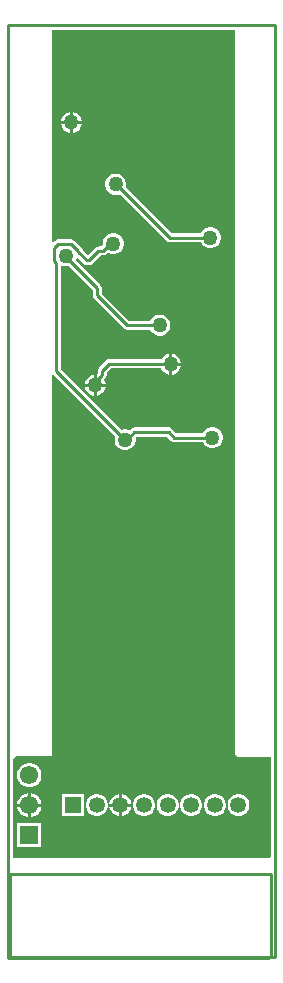
<source format=gbr>
G04*
G04 #@! TF.GenerationSoftware,Altium Limited,Altium Designer,22.11.1 (43)*
G04*
G04 Layer_Physical_Order=2*
G04 Layer_Color=16711680*
%FSLAX44Y44*%
%MOMM*%
G71*
G04*
G04 #@! TF.SameCoordinates,85B5D84A-ABF2-449B-B7EE-03817192F5BC*
G04*
G04*
G04 #@! TF.FilePolarity,Positive*
G04*
G01*
G75*
%ADD13C,0.2540*%
%ADD53R,1.5500X1.5500*%
%ADD54C,1.5500*%
%ADD55C,1.3500*%
%ADD56R,1.3500X1.3500*%
%ADD57C,1.2700*%
G36*
X191770Y172720D02*
X194310Y170180D01*
X222175D01*
Y86285D01*
X220980Y85090D01*
X3885D01*
Y168985D01*
X6350Y171450D01*
X36830D01*
Y493722D01*
X37292Y494024D01*
X38100Y494210D01*
X90437Y441873D01*
X89966Y440118D01*
Y437777D01*
X90572Y435516D01*
X91743Y433489D01*
X93398Y431833D01*
X95425Y430663D01*
X97686Y430057D01*
X100027D01*
X102288Y430663D01*
X104315Y431833D01*
X105970Y433489D01*
X107141Y435516D01*
X107746Y437777D01*
Y440118D01*
X107628Y440560D01*
X108453Y441520D01*
X134403D01*
X137979Y437943D01*
X139240Y437101D01*
X140726Y436805D01*
X164697D01*
X165606Y435231D01*
X167261Y433576D01*
X169289Y432406D01*
X171550Y431800D01*
X173890D01*
X176151Y432406D01*
X178179Y433576D01*
X179834Y435231D01*
X181004Y437259D01*
X181610Y439520D01*
Y441860D01*
X181004Y444121D01*
X179834Y446149D01*
X178179Y447804D01*
X176151Y448974D01*
X173890Y449580D01*
X171550D01*
X169289Y448974D01*
X167261Y447804D01*
X165606Y446149D01*
X164697Y444575D01*
X142335D01*
X138759Y448151D01*
X137499Y448993D01*
X136012Y449289D01*
X106768D01*
X105281Y448993D01*
X104021Y448151D01*
X102803Y446934D01*
X102288Y447231D01*
X100027Y447837D01*
X97686D01*
X95930Y447367D01*
X44525Y498773D01*
Y585569D01*
X45457Y586107D01*
X45795Y586138D01*
X47950Y585561D01*
X50291D01*
X51368Y585849D01*
X71382Y565835D01*
Y561003D01*
X71678Y559516D01*
X72520Y558256D01*
X97583Y533193D01*
X98843Y532351D01*
X100330Y532055D01*
X120247D01*
X121156Y530481D01*
X122811Y528826D01*
X124839Y527656D01*
X127100Y527050D01*
X129440D01*
X131701Y527656D01*
X133729Y528826D01*
X135384Y530481D01*
X136554Y532509D01*
X137160Y534770D01*
Y537110D01*
X136554Y539371D01*
X135384Y541399D01*
X133729Y543054D01*
X131701Y544224D01*
X129440Y544830D01*
X127100D01*
X124839Y544224D01*
X122811Y543054D01*
X121156Y541399D01*
X120247Y539825D01*
X101939D01*
X79152Y562612D01*
Y567444D01*
X78856Y568930D01*
X78014Y570191D01*
X57324Y590880D01*
X57404Y591019D01*
X57693Y592096D01*
X59110Y592476D01*
X63604Y587982D01*
X64864Y587140D01*
X66350Y586844D01*
X68455D01*
X69941Y587140D01*
X71202Y587982D01*
X77825Y594605D01*
X78012D01*
X79499Y594901D01*
X79889Y595162D01*
X80365D01*
X81852Y595458D01*
X83112Y596300D01*
X84162Y597350D01*
X85469Y596596D01*
X87730Y595990D01*
X90070D01*
X92331Y596596D01*
X94359Y597766D01*
X96014Y599421D01*
X97184Y601449D01*
X97790Y603710D01*
Y606050D01*
X97184Y608311D01*
X96014Y610339D01*
X94359Y611994D01*
X92331Y613164D01*
X90070Y613770D01*
X87730D01*
X85469Y613164D01*
X83441Y611994D01*
X81786Y610339D01*
X80616Y608311D01*
X80010Y606050D01*
Y604185D01*
X78756Y602931D01*
X78569D01*
X77082Y602635D01*
X76691Y602374D01*
X76216D01*
X74729Y602079D01*
X73469Y601236D01*
X67403Y595170D01*
X62979Y599594D01*
X62869Y600146D01*
X62027Y601406D01*
X56076Y607357D01*
X54815Y608200D01*
X53329Y608495D01*
X42128D01*
X40641Y608200D01*
X39381Y607357D01*
X38003Y605980D01*
X36830Y606466D01*
Y786055D01*
X191770D01*
Y172720D01*
D02*
G37*
%LPC*%
G36*
X54792Y716489D02*
Y708896D01*
X62386D01*
X61807Y711057D01*
X60636Y713084D01*
X58981Y714739D01*
X56954Y715910D01*
X54792Y716489D01*
D02*
G37*
G36*
X52252D02*
X50091Y715910D01*
X48064Y714739D01*
X46409Y713084D01*
X45238Y711057D01*
X44659Y708896D01*
X52252D01*
Y716489D01*
D02*
G37*
G36*
X62386Y706356D02*
X54792D01*
Y698762D01*
X56954Y699341D01*
X58981Y700512D01*
X60636Y702167D01*
X61807Y704194D01*
X62386Y706356D01*
D02*
G37*
G36*
X52252D02*
X44659D01*
X45238Y704194D01*
X46409Y702167D01*
X48064Y700512D01*
X50091Y699341D01*
X52252Y698762D01*
Y706356D01*
D02*
G37*
G36*
X91975Y664210D02*
X89635D01*
X87374Y663604D01*
X85346Y662434D01*
X83691Y660779D01*
X82521Y658751D01*
X81915Y656490D01*
Y654150D01*
X82521Y651889D01*
X83691Y649861D01*
X85346Y648206D01*
X87374Y647036D01*
X89635Y646430D01*
X91975D01*
X94232Y647035D01*
X134081Y607185D01*
X135342Y606343D01*
X136828Y606047D01*
X163050D01*
X163958Y604473D01*
X165613Y602818D01*
X167641Y601647D01*
X169902Y601042D01*
X172243D01*
X174503Y601647D01*
X176531Y602818D01*
X178186Y604473D01*
X179356Y606500D01*
X179962Y608761D01*
Y611102D01*
X179356Y613363D01*
X178186Y615390D01*
X176531Y617046D01*
X174503Y618216D01*
X172243Y618822D01*
X169902D01*
X167641Y618216D01*
X165613Y617046D01*
X163958Y615390D01*
X163050Y613816D01*
X138437D01*
X99359Y652895D01*
X99695Y654150D01*
Y656490D01*
X99089Y658751D01*
X97919Y660779D01*
X96264Y662434D01*
X94236Y663604D01*
X91975Y664210D01*
D02*
G37*
G36*
X138710Y511783D02*
Y504190D01*
X146303D01*
X145724Y506351D01*
X144553Y508379D01*
X142898Y510034D01*
X140871Y511204D01*
X138710Y511783D01*
D02*
G37*
G36*
X146303Y501650D02*
X138710D01*
Y494057D01*
X140871Y494636D01*
X142898Y495806D01*
X144553Y497461D01*
X145724Y499489D01*
X146303Y501650D01*
D02*
G37*
G36*
X136170Y511783D02*
X134008Y511204D01*
X131981Y510034D01*
X130326Y508379D01*
X129640Y507191D01*
X85686D01*
X84199Y506895D01*
X82939Y506053D01*
X76798Y499913D01*
X75956Y498652D01*
X75660Y497166D01*
Y495232D01*
X74930Y494502D01*
Y486410D01*
X82523D01*
X81944Y488571D01*
X81228Y489812D01*
X82292Y490877D01*
X83134Y492137D01*
X83430Y493623D01*
Y495557D01*
X87295Y499422D01*
X129194D01*
X130326Y497461D01*
X131981Y495806D01*
X134008Y494636D01*
X136170Y494057D01*
Y502920D01*
Y511783D01*
D02*
G37*
G36*
X72390Y494003D02*
X70229Y493424D01*
X68201Y492254D01*
X66546Y490599D01*
X65376Y488571D01*
X64797Y486410D01*
X72390D01*
Y494003D01*
D02*
G37*
G36*
X82523Y483870D02*
X74930D01*
Y476277D01*
X77091Y476856D01*
X79119Y478026D01*
X80774Y479681D01*
X81944Y481709D01*
X82523Y483870D01*
D02*
G37*
G36*
X72390D02*
X64797D01*
X65376Y481709D01*
X66546Y479681D01*
X68201Y478026D01*
X70229Y476856D01*
X72390Y476277D01*
Y483870D01*
D02*
G37*
G36*
X19135Y165230D02*
X16425D01*
X13808Y164529D01*
X11462Y163174D01*
X9546Y161258D01*
X8191Y158912D01*
X7490Y156295D01*
Y153585D01*
X8191Y150968D01*
X9546Y148622D01*
X11462Y146706D01*
X13808Y145351D01*
X16425Y144650D01*
X19135D01*
X21752Y145351D01*
X24098Y146706D01*
X26014Y148622D01*
X27369Y150968D01*
X28070Y153585D01*
Y156295D01*
X27369Y158912D01*
X26014Y161258D01*
X24098Y163174D01*
X21752Y164529D01*
X19135Y165230D01*
D02*
G37*
G36*
Y139830D02*
X19050D01*
Y130810D01*
X28070D01*
Y130895D01*
X27369Y133512D01*
X26014Y135858D01*
X24098Y137774D01*
X21752Y139129D01*
X19135Y139830D01*
D02*
G37*
G36*
X96200Y138817D02*
Y130810D01*
X104207D01*
X103587Y133126D01*
X102364Y135244D01*
X100634Y136974D01*
X98516Y138197D01*
X96200Y138817D01*
D02*
G37*
G36*
X93660D02*
X91344Y138197D01*
X89226Y136974D01*
X87496Y135244D01*
X86273Y133126D01*
X85653Y130810D01*
X93660D01*
Y138817D01*
D02*
G37*
G36*
X16510Y139830D02*
X16425D01*
X13808Y139129D01*
X11462Y137774D01*
X9546Y135858D01*
X8191Y133512D01*
X7490Y130895D01*
Y130810D01*
X16510D01*
Y139830D01*
D02*
G37*
G36*
X104207Y128270D02*
X96200D01*
Y120263D01*
X98516Y120883D01*
X100634Y122106D01*
X102364Y123836D01*
X103587Y125954D01*
X104207Y128270D01*
D02*
G37*
G36*
X93660D02*
X85653D01*
X86273Y125954D01*
X87496Y123836D01*
X89226Y122106D01*
X91344Y120883D01*
X93660Y120263D01*
Y128270D01*
D02*
G37*
G36*
X196153Y138830D02*
X193707D01*
X191344Y138197D01*
X189226Y136974D01*
X187496Y135244D01*
X186273Y133126D01*
X185640Y130763D01*
Y128317D01*
X186273Y125954D01*
X187496Y123836D01*
X189226Y122106D01*
X191344Y120883D01*
X193707Y120250D01*
X196153D01*
X198516Y120883D01*
X200634Y122106D01*
X202364Y123836D01*
X203587Y125954D01*
X204220Y128317D01*
Y130763D01*
X203587Y133126D01*
X202364Y135244D01*
X200634Y136974D01*
X198516Y138197D01*
X196153Y138830D01*
D02*
G37*
G36*
X176153D02*
X173707D01*
X171344Y138197D01*
X169226Y136974D01*
X167496Y135244D01*
X166273Y133126D01*
X165640Y130763D01*
Y128317D01*
X166273Y125954D01*
X167496Y123836D01*
X169226Y122106D01*
X171344Y120883D01*
X173707Y120250D01*
X176153D01*
X178516Y120883D01*
X180634Y122106D01*
X182364Y123836D01*
X183587Y125954D01*
X184220Y128317D01*
Y130763D01*
X183587Y133126D01*
X182364Y135244D01*
X180634Y136974D01*
X178516Y138197D01*
X176153Y138830D01*
D02*
G37*
G36*
X156153D02*
X153707D01*
X151344Y138197D01*
X149226Y136974D01*
X147496Y135244D01*
X146273Y133126D01*
X145640Y130763D01*
Y128317D01*
X146273Y125954D01*
X147496Y123836D01*
X149226Y122106D01*
X151344Y120883D01*
X153707Y120250D01*
X156153D01*
X158516Y120883D01*
X160634Y122106D01*
X162364Y123836D01*
X163587Y125954D01*
X164220Y128317D01*
Y130763D01*
X163587Y133126D01*
X162364Y135244D01*
X160634Y136974D01*
X158516Y138197D01*
X156153Y138830D01*
D02*
G37*
G36*
X136153D02*
X133707D01*
X131344Y138197D01*
X129226Y136974D01*
X127496Y135244D01*
X126273Y133126D01*
X125640Y130763D01*
Y128317D01*
X126273Y125954D01*
X127496Y123836D01*
X129226Y122106D01*
X131344Y120883D01*
X133707Y120250D01*
X136153D01*
X138516Y120883D01*
X140634Y122106D01*
X142364Y123836D01*
X143587Y125954D01*
X144220Y128317D01*
Y130763D01*
X143587Y133126D01*
X142364Y135244D01*
X140634Y136974D01*
X138516Y138197D01*
X136153Y138830D01*
D02*
G37*
G36*
X116153D02*
X113707D01*
X111344Y138197D01*
X109226Y136974D01*
X107496Y135244D01*
X106273Y133126D01*
X105640Y130763D01*
Y128317D01*
X106273Y125954D01*
X107496Y123836D01*
X109226Y122106D01*
X111344Y120883D01*
X113707Y120250D01*
X116153D01*
X118516Y120883D01*
X120634Y122106D01*
X122364Y123836D01*
X123587Y125954D01*
X124220Y128317D01*
Y130763D01*
X123587Y133126D01*
X122364Y135244D01*
X120634Y136974D01*
X118516Y138197D01*
X116153Y138830D01*
D02*
G37*
G36*
X76153D02*
X73707D01*
X71344Y138197D01*
X69226Y136974D01*
X67496Y135244D01*
X66273Y133126D01*
X65640Y130763D01*
Y128317D01*
X66273Y125954D01*
X67496Y123836D01*
X69226Y122106D01*
X71344Y120883D01*
X73707Y120250D01*
X76153D01*
X78516Y120883D01*
X80634Y122106D01*
X82364Y123836D01*
X83587Y125954D01*
X84220Y128317D01*
Y130763D01*
X83587Y133126D01*
X82364Y135244D01*
X80634Y136974D01*
X78516Y138197D01*
X76153Y138830D01*
D02*
G37*
G36*
X64220D02*
X45640D01*
Y120250D01*
X64220D01*
Y138830D01*
D02*
G37*
G36*
X28070Y128270D02*
X19050D01*
Y119250D01*
X19135D01*
X21752Y119951D01*
X24098Y121306D01*
X26014Y123222D01*
X27369Y125568D01*
X28070Y128185D01*
Y128270D01*
D02*
G37*
G36*
X16510D02*
X7490D01*
Y128185D01*
X8191Y125568D01*
X9546Y123222D01*
X11462Y121306D01*
X13808Y119951D01*
X16425Y119250D01*
X16510D01*
Y128270D01*
D02*
G37*
G36*
X28070Y114430D02*
X7490D01*
Y93850D01*
X28070D01*
Y114430D01*
D02*
G37*
%LPD*%
D13*
X90805Y655320D02*
X91440D01*
X136828Y609932D01*
X85686Y503306D02*
X137053D01*
X137440Y502920D01*
X79545Y497166D02*
X85686Y503306D01*
X136012Y445404D02*
X140726Y440690D01*
X172720D01*
X106768Y445404D02*
X136012D01*
X100311Y438947D02*
X106768Y445404D01*
X75267Y561003D02*
Y567444D01*
Y561003D02*
X100330Y535940D01*
X128270D01*
X49120Y593590D02*
X75267Y567444D01*
X49120Y593590D02*
Y594451D01*
X40640Y497164D02*
X98856Y438947D01*
X40640Y497164D02*
Y588563D01*
X73660Y487738D02*
X79545Y493623D01*
X73660Y485140D02*
Y487738D01*
X98856Y438947D02*
X100311D01*
X136828Y609932D02*
X171072D01*
X38960Y590242D02*
X40640Y588563D01*
X38960Y601443D02*
X42128Y604611D01*
X66350Y590728D02*
X68455D01*
X38960Y590242D02*
Y601443D01*
X59280Y597799D02*
X66350Y590728D01*
X42128Y604611D02*
X53329D01*
X59280Y597799D02*
Y598659D01*
X53329Y604611D02*
X59280Y598659D01*
X68455Y590728D02*
X76216Y598490D01*
X78012D02*
X78569Y599047D01*
X86198Y604880D02*
X88900D01*
X78569Y599047D02*
X80365D01*
X86198Y604880D01*
X76216Y598490D02*
X78012D01*
X79545Y493623D02*
Y497166D01*
X0Y0D02*
X220980D01*
X0D02*
X220980D01*
X0Y1270D02*
X226060D01*
X0Y789940D02*
X226060D01*
Y1270D02*
Y789940D01*
X0Y1270D02*
Y789940D01*
X1270Y1270D02*
X222250D01*
X1270Y71120D02*
X222250D01*
Y1270D02*
Y71120D01*
X1270Y1270D02*
Y71120D01*
D53*
X17780Y104140D02*
D03*
D54*
Y129540D02*
D03*
Y154940D02*
D03*
D55*
X194930Y129540D02*
D03*
X174930D02*
D03*
X154930D02*
D03*
X134930D02*
D03*
X114930D02*
D03*
X94930D02*
D03*
X74930D02*
D03*
D56*
X54930D02*
D03*
D57*
X90805Y655320D02*
D03*
X137440Y502920D02*
D03*
X172720Y440690D02*
D03*
X98856Y438947D02*
D03*
X73660Y485140D02*
D03*
X171072Y609932D02*
D03*
X53522Y707626D02*
D03*
X49120Y594451D02*
D03*
X128270Y535940D02*
D03*
X88900Y604880D02*
D03*
M02*

</source>
